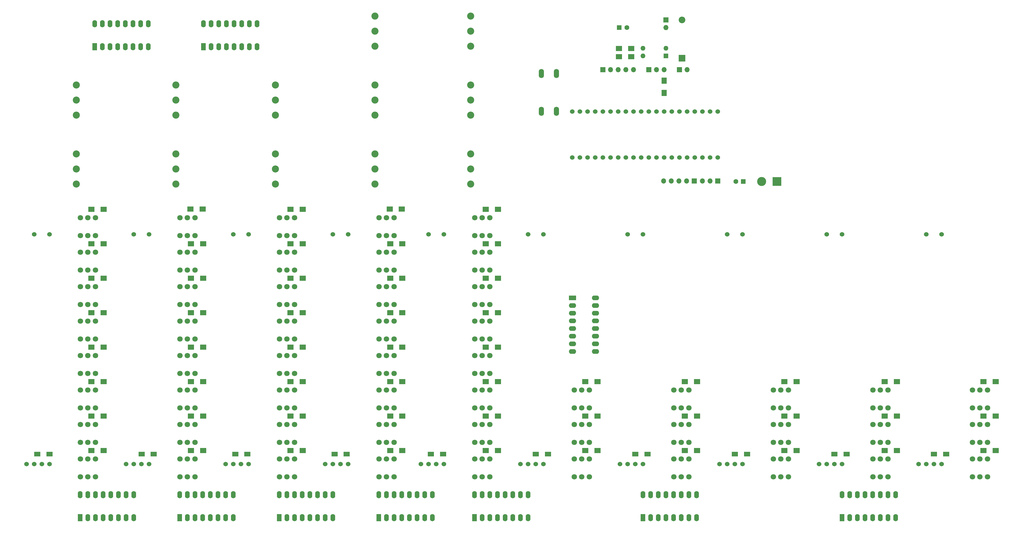
<source format=gbr>
G04 #@! TF.FileFunction,Soldermask,Bot*
%FSLAX46Y46*%
G04 Gerber Fmt 4.6, Leading zero omitted, Abs format (unit mm)*
G04 Created by KiCad (PCBNEW 4.0.7) date 05/05/18 03:18:50*
%MOMM*%
%LPD*%
G01*
G04 APERTURE LIST*
%ADD10C,0.100000*%
%ADD11C,1.800000*%
%ADD12C,1.524000*%
%ADD13R,1.600000X2.400000*%
%ADD14O,1.600000X2.400000*%
%ADD15C,2.340000*%
%ADD16R,2.000000X1.600000*%
%ADD17R,2.200000X2.200000*%
%ADD18O,2.200000X2.200000*%
%ADD19R,1.700000X1.700000*%
%ADD20O,1.700000X1.700000*%
%ADD21R,2.000000X1.700000*%
%ADD22R,1.700000X2.000000*%
%ADD23O,1.727200X3.048000*%
%ADD24R,1.600000X1.600000*%
%ADD25O,1.600000X1.600000*%
%ADD26R,2.400000X1.600000*%
%ADD27O,2.400000X1.600000*%
%ADD28C,1.600000*%
%ADD29R,3.000000X3.000000*%
%ADD30C,3.000000*%
G04 APERTURE END LIST*
D10*
D11*
X195580000Y-137620000D03*
X198080000Y-137620000D03*
X193080000Y-137620000D03*
X193080000Y-131620000D03*
X195580000Y-131620000D03*
X198080000Y-131620000D03*
D12*
X82550000Y-201930000D03*
X85090000Y-201930000D03*
X80010000Y-201930000D03*
X77470000Y-201930000D03*
X85090000Y-125730000D03*
X80010000Y-125730000D03*
D13*
X67056000Y-63500000D03*
D14*
X84836000Y-55880000D03*
X69596000Y-63500000D03*
X82296000Y-55880000D03*
X72136000Y-63500000D03*
X79756000Y-55880000D03*
X74676000Y-63500000D03*
X77216000Y-55880000D03*
X77216000Y-63500000D03*
X74676000Y-55880000D03*
X79756000Y-63500000D03*
X72136000Y-55880000D03*
X82296000Y-63500000D03*
X69596000Y-55880000D03*
X84836000Y-63500000D03*
X67056000Y-55880000D03*
D12*
X49530000Y-201930000D03*
X52070000Y-201930000D03*
X46990000Y-201930000D03*
X44450000Y-201930000D03*
X52070000Y-125730000D03*
X46990000Y-125730000D03*
X115570000Y-201930000D03*
X118110000Y-201930000D03*
X113030000Y-201930000D03*
X110490000Y-201930000D03*
X118110000Y-125730000D03*
X113030000Y-125730000D03*
X148590000Y-201930000D03*
X151130000Y-201930000D03*
X146050000Y-201930000D03*
X143510000Y-201930000D03*
X151130000Y-125730000D03*
X146050000Y-125730000D03*
X180340000Y-201930000D03*
X182880000Y-201930000D03*
X177800000Y-201930000D03*
X175260000Y-201930000D03*
X182880000Y-125730000D03*
X177800000Y-125730000D03*
X213360000Y-201930000D03*
X215900000Y-201930000D03*
X210820000Y-201930000D03*
X208280000Y-201930000D03*
X215900000Y-125730000D03*
X210820000Y-125730000D03*
X246380000Y-201930000D03*
X248920000Y-201930000D03*
X243840000Y-201930000D03*
X241300000Y-201930000D03*
X248920000Y-125730000D03*
X243840000Y-125730000D03*
X279400000Y-201930000D03*
X281940000Y-201930000D03*
X276860000Y-201930000D03*
X274320000Y-201930000D03*
X281940000Y-125730000D03*
X276860000Y-125730000D03*
X312420000Y-201930000D03*
X314960000Y-201930000D03*
X309880000Y-201930000D03*
X307340000Y-201930000D03*
X314960000Y-125730000D03*
X309880000Y-125730000D03*
X345440000Y-201930000D03*
X347980000Y-201930000D03*
X342900000Y-201930000D03*
X340360000Y-201930000D03*
X347980000Y-125730000D03*
X342900000Y-125730000D03*
D15*
X93980000Y-109060000D03*
X93980000Y-104060000D03*
X93980000Y-99060000D03*
X93980000Y-86200000D03*
X93980000Y-81200000D03*
X93980000Y-76200000D03*
X127000000Y-109060000D03*
X127000000Y-104060000D03*
X127000000Y-99060000D03*
X127000000Y-86200000D03*
X127000000Y-81200000D03*
X127000000Y-76200000D03*
X160020000Y-109060000D03*
X160020000Y-104060000D03*
X160020000Y-99060000D03*
X160020000Y-63340000D03*
X160020000Y-58340000D03*
X160020000Y-53340000D03*
X160020000Y-86200000D03*
X160020000Y-81200000D03*
X160020000Y-76200000D03*
X191770000Y-109060000D03*
X191770000Y-104060000D03*
X191770000Y-99060000D03*
X191770000Y-63340000D03*
X191770000Y-58340000D03*
X191770000Y-53340000D03*
X191770000Y-86200000D03*
X191770000Y-81200000D03*
X191770000Y-76200000D03*
X60960000Y-109060000D03*
X60960000Y-104060000D03*
X60960000Y-99060000D03*
X60960000Y-86200000D03*
X60960000Y-81200000D03*
X60960000Y-76200000D03*
D11*
X64770000Y-126190000D03*
X67270000Y-126190000D03*
X62270000Y-126190000D03*
X62270000Y-120190000D03*
X64770000Y-120190000D03*
X67270000Y-120190000D03*
X64770000Y-137620000D03*
X67270000Y-137620000D03*
X62270000Y-137620000D03*
X62270000Y-131620000D03*
X64770000Y-131620000D03*
X67270000Y-131620000D03*
X64770000Y-149050000D03*
X67270000Y-149050000D03*
X62270000Y-149050000D03*
X62270000Y-143050000D03*
X64770000Y-143050000D03*
X67270000Y-143050000D03*
X64770000Y-160480000D03*
X67270000Y-160480000D03*
X62270000Y-160480000D03*
X62270000Y-154480000D03*
X64770000Y-154480000D03*
X67270000Y-154480000D03*
X64770000Y-171910000D03*
X67270000Y-171910000D03*
X62270000Y-171910000D03*
X62270000Y-165910000D03*
X64770000Y-165910000D03*
X67270000Y-165910000D03*
X64770000Y-183340000D03*
X67270000Y-183340000D03*
X62270000Y-183340000D03*
X62270000Y-177340000D03*
X64770000Y-177340000D03*
X67270000Y-177340000D03*
X64770000Y-194770000D03*
X67270000Y-194770000D03*
X62270000Y-194770000D03*
X62270000Y-188770000D03*
X64770000Y-188770000D03*
X67270000Y-188770000D03*
X64770000Y-206200000D03*
X67270000Y-206200000D03*
X62270000Y-206200000D03*
X62270000Y-200200000D03*
X64770000Y-200200000D03*
X67270000Y-200200000D03*
X97790000Y-126190000D03*
X100290000Y-126190000D03*
X95290000Y-126190000D03*
X95290000Y-120190000D03*
X97790000Y-120190000D03*
X100290000Y-120190000D03*
X97790000Y-137620000D03*
X100290000Y-137620000D03*
X95290000Y-137620000D03*
X95290000Y-131620000D03*
X97790000Y-131620000D03*
X100290000Y-131620000D03*
X97790000Y-149050000D03*
X100290000Y-149050000D03*
X95290000Y-149050000D03*
X95290000Y-143050000D03*
X97790000Y-143050000D03*
X100290000Y-143050000D03*
X97790000Y-160480000D03*
X100290000Y-160480000D03*
X95290000Y-160480000D03*
X95290000Y-154480000D03*
X97790000Y-154480000D03*
X100290000Y-154480000D03*
X97790000Y-171910000D03*
X100290000Y-171910000D03*
X95290000Y-171910000D03*
X95290000Y-165910000D03*
X97790000Y-165910000D03*
X100290000Y-165910000D03*
X97790000Y-183340000D03*
X100290000Y-183340000D03*
X95290000Y-183340000D03*
X95290000Y-177340000D03*
X97790000Y-177340000D03*
X100290000Y-177340000D03*
X97790000Y-194770000D03*
X100290000Y-194770000D03*
X95290000Y-194770000D03*
X95290000Y-188770000D03*
X97790000Y-188770000D03*
X100290000Y-188770000D03*
X97790000Y-206200000D03*
X100290000Y-206200000D03*
X95290000Y-206200000D03*
X95290000Y-200200000D03*
X97790000Y-200200000D03*
X100290000Y-200200000D03*
X130810000Y-126190000D03*
X133310000Y-126190000D03*
X128310000Y-126190000D03*
X128310000Y-120190000D03*
X130810000Y-120190000D03*
X133310000Y-120190000D03*
X130810000Y-137620000D03*
X133310000Y-137620000D03*
X128310000Y-137620000D03*
X128310000Y-131620000D03*
X130810000Y-131620000D03*
X133310000Y-131620000D03*
X130810000Y-149050000D03*
X133310000Y-149050000D03*
X128310000Y-149050000D03*
X128310000Y-143050000D03*
X130810000Y-143050000D03*
X133310000Y-143050000D03*
X130810000Y-160480000D03*
X133310000Y-160480000D03*
X128310000Y-160480000D03*
X128310000Y-154480000D03*
X130810000Y-154480000D03*
X133310000Y-154480000D03*
X130810000Y-171910000D03*
X133310000Y-171910000D03*
X128310000Y-171910000D03*
X128310000Y-165910000D03*
X130810000Y-165910000D03*
X133310000Y-165910000D03*
X130810000Y-183340000D03*
X133310000Y-183340000D03*
X128310000Y-183340000D03*
X128310000Y-177340000D03*
X130810000Y-177340000D03*
X133310000Y-177340000D03*
X130810000Y-194770000D03*
X133310000Y-194770000D03*
X128310000Y-194770000D03*
X128310000Y-188770000D03*
X130810000Y-188770000D03*
X133310000Y-188770000D03*
X130810000Y-206200000D03*
X133310000Y-206200000D03*
X128310000Y-206200000D03*
X128310000Y-200200000D03*
X130810000Y-200200000D03*
X133310000Y-200200000D03*
X163830000Y-126190000D03*
X166330000Y-126190000D03*
X161330000Y-126190000D03*
X161330000Y-120190000D03*
X163830000Y-120190000D03*
X166330000Y-120190000D03*
X163830000Y-137620000D03*
X166330000Y-137620000D03*
X161330000Y-137620000D03*
X161330000Y-131620000D03*
X163830000Y-131620000D03*
X166330000Y-131620000D03*
X163830000Y-149050000D03*
X166330000Y-149050000D03*
X161330000Y-149050000D03*
X161330000Y-143050000D03*
X163830000Y-143050000D03*
X166330000Y-143050000D03*
X163830000Y-160480000D03*
X166330000Y-160480000D03*
X161330000Y-160480000D03*
X161330000Y-154480000D03*
X163830000Y-154480000D03*
X166330000Y-154480000D03*
X163830000Y-171910000D03*
X166330000Y-171910000D03*
X161330000Y-171910000D03*
X161330000Y-165910000D03*
X163830000Y-165910000D03*
X166330000Y-165910000D03*
X163830000Y-183340000D03*
X166330000Y-183340000D03*
X161330000Y-183340000D03*
X161330000Y-177340000D03*
X163830000Y-177340000D03*
X166330000Y-177340000D03*
X163830000Y-194770000D03*
X166330000Y-194770000D03*
X161330000Y-194770000D03*
X161330000Y-188770000D03*
X163830000Y-188770000D03*
X166330000Y-188770000D03*
X163830000Y-206200000D03*
X166330000Y-206200000D03*
X161330000Y-206200000D03*
X161330000Y-200200000D03*
X163830000Y-200200000D03*
X166330000Y-200200000D03*
X195580000Y-126190000D03*
X198080000Y-126190000D03*
X193080000Y-126190000D03*
X193080000Y-120190000D03*
X195580000Y-120190000D03*
X198080000Y-120190000D03*
X195580000Y-149050000D03*
X198080000Y-149050000D03*
X193080000Y-149050000D03*
X193080000Y-143050000D03*
X195580000Y-143050000D03*
X198080000Y-143050000D03*
X195580000Y-160480000D03*
X198080000Y-160480000D03*
X193080000Y-160480000D03*
X193080000Y-154480000D03*
X195580000Y-154480000D03*
X198080000Y-154480000D03*
X195580000Y-171910000D03*
X198080000Y-171910000D03*
X193080000Y-171910000D03*
X193080000Y-165910000D03*
X195580000Y-165910000D03*
X198080000Y-165910000D03*
X195580000Y-183340000D03*
X198080000Y-183340000D03*
X193080000Y-183340000D03*
X193080000Y-177340000D03*
X195580000Y-177340000D03*
X198080000Y-177340000D03*
X195580000Y-194770000D03*
X198080000Y-194770000D03*
X193080000Y-194770000D03*
X193080000Y-188770000D03*
X195580000Y-188770000D03*
X198080000Y-188770000D03*
X195580000Y-206200000D03*
X198080000Y-206200000D03*
X193080000Y-206200000D03*
X193080000Y-200200000D03*
X195580000Y-200200000D03*
X198080000Y-200200000D03*
X228600000Y-183340000D03*
X231100000Y-183340000D03*
X226100000Y-183340000D03*
X226100000Y-177340000D03*
X228600000Y-177340000D03*
X231100000Y-177340000D03*
X228600000Y-194770000D03*
X231100000Y-194770000D03*
X226100000Y-194770000D03*
X226100000Y-188770000D03*
X228600000Y-188770000D03*
X231100000Y-188770000D03*
X228600000Y-206200000D03*
X231100000Y-206200000D03*
X226100000Y-206200000D03*
X226100000Y-200200000D03*
X228600000Y-200200000D03*
X231100000Y-200200000D03*
X261620000Y-183340000D03*
X264120000Y-183340000D03*
X259120000Y-183340000D03*
X259120000Y-177340000D03*
X261620000Y-177340000D03*
X264120000Y-177340000D03*
X261620000Y-194770000D03*
X264120000Y-194770000D03*
X259120000Y-194770000D03*
X259120000Y-188770000D03*
X261620000Y-188770000D03*
X264120000Y-188770000D03*
X261620000Y-206200000D03*
X264120000Y-206200000D03*
X259120000Y-206200000D03*
X259120000Y-200200000D03*
X261620000Y-200200000D03*
X264120000Y-200200000D03*
X294640000Y-183340000D03*
X297140000Y-183340000D03*
X292140000Y-183340000D03*
X292140000Y-177340000D03*
X294640000Y-177340000D03*
X297140000Y-177340000D03*
X294640000Y-194770000D03*
X297140000Y-194770000D03*
X292140000Y-194770000D03*
X292140000Y-188770000D03*
X294640000Y-188770000D03*
X297140000Y-188770000D03*
X294640000Y-206200000D03*
X297140000Y-206200000D03*
X292140000Y-206200000D03*
X292140000Y-200200000D03*
X294640000Y-200200000D03*
X297140000Y-200200000D03*
X327660000Y-183340000D03*
X330160000Y-183340000D03*
X325160000Y-183340000D03*
X325160000Y-177340000D03*
X327660000Y-177340000D03*
X330160000Y-177340000D03*
X327660000Y-194770000D03*
X330160000Y-194770000D03*
X325160000Y-194770000D03*
X325160000Y-188770000D03*
X327660000Y-188770000D03*
X330160000Y-188770000D03*
X327660000Y-206200000D03*
X330160000Y-206200000D03*
X325160000Y-206200000D03*
X325160000Y-200200000D03*
X327660000Y-200200000D03*
X330160000Y-200200000D03*
X360680000Y-183340000D03*
X363180000Y-183340000D03*
X358180000Y-183340000D03*
X358180000Y-177340000D03*
X360680000Y-177340000D03*
X363180000Y-177340000D03*
X360680000Y-194770000D03*
X363180000Y-194770000D03*
X358180000Y-194770000D03*
X358180000Y-188770000D03*
X360680000Y-188770000D03*
X363180000Y-188770000D03*
X360680000Y-206200000D03*
X363180000Y-206200000D03*
X358180000Y-206200000D03*
X358180000Y-200200000D03*
X360680000Y-200200000D03*
X363180000Y-200200000D03*
D16*
X52006000Y-198628000D03*
X48006000Y-198628000D03*
X86582000Y-198628000D03*
X82582000Y-198628000D03*
X117665000Y-198628000D03*
X113665000Y-198628000D03*
X150622000Y-198628000D03*
X146622000Y-198628000D03*
X182562000Y-198628000D03*
X178562000Y-198628000D03*
X217360000Y-198628000D03*
X213360000Y-198628000D03*
X250380000Y-198628000D03*
X246380000Y-198628000D03*
X283400000Y-198628000D03*
X279400000Y-198628000D03*
X316420000Y-198628000D03*
X312420000Y-198628000D03*
X349440000Y-198628000D03*
X345440000Y-198628000D03*
D17*
X261874000Y-67310000D03*
D18*
X261874000Y-54610000D03*
D19*
X265938000Y-108077000D03*
D20*
X263398000Y-108077000D03*
X260858000Y-108077000D03*
X258318000Y-108077000D03*
X255778000Y-108077000D03*
D19*
X273685000Y-108077000D03*
D20*
X271145000Y-108077000D03*
X268605000Y-108077000D03*
D19*
X235585000Y-71120000D03*
D20*
X238125000Y-71120000D03*
X240665000Y-71120000D03*
X243205000Y-71120000D03*
X245745000Y-71120000D03*
D19*
X260985000Y-71120000D03*
D20*
X263525000Y-71120000D03*
D19*
X250825000Y-71120000D03*
D20*
X253365000Y-71120000D03*
X255905000Y-71120000D03*
D19*
X256540000Y-54610000D03*
D20*
X256540000Y-57150000D03*
D21*
X69945000Y-117475000D03*
X65945000Y-117475000D03*
X69945000Y-128905000D03*
X65945000Y-128905000D03*
X69945000Y-140335000D03*
X65945000Y-140335000D03*
X69945000Y-151765000D03*
X65945000Y-151765000D03*
X69945000Y-163195000D03*
X65945000Y-163195000D03*
X69945000Y-174625000D03*
X65945000Y-174625000D03*
X69945000Y-186055000D03*
X65945000Y-186055000D03*
X69945000Y-197485000D03*
X65945000Y-197485000D03*
X102806000Y-117348000D03*
X98806000Y-117348000D03*
X102965000Y-128905000D03*
X98965000Y-128905000D03*
X102965000Y-140335000D03*
X98965000Y-140335000D03*
X102965000Y-151765000D03*
X98965000Y-151765000D03*
X102965000Y-163195000D03*
X98965000Y-163195000D03*
X102965000Y-174625000D03*
X98965000Y-174625000D03*
X102965000Y-186055000D03*
X98965000Y-186055000D03*
X102965000Y-197485000D03*
X98965000Y-197485000D03*
X135985000Y-117475000D03*
X131985000Y-117475000D03*
X135985000Y-128905000D03*
X131985000Y-128905000D03*
X135985000Y-140335000D03*
X131985000Y-140335000D03*
X135985000Y-151765000D03*
X131985000Y-151765000D03*
X135985000Y-163195000D03*
X131985000Y-163195000D03*
X135985000Y-174625000D03*
X131985000Y-174625000D03*
X135985000Y-186055000D03*
X131985000Y-186055000D03*
X135985000Y-197485000D03*
X131985000Y-197485000D03*
X169024682Y-128883562D03*
X165024682Y-128883562D03*
X169024682Y-140313562D03*
X165024682Y-140313562D03*
X169024682Y-151743562D03*
X165024682Y-151743562D03*
X169024682Y-163173562D03*
X165024682Y-163173562D03*
X169024682Y-174603562D03*
X165024682Y-174603562D03*
X169024682Y-186033562D03*
X165024682Y-186033562D03*
X169024682Y-197463562D03*
X165024682Y-197463562D03*
X200755000Y-117475000D03*
X196755000Y-117475000D03*
X200755000Y-128905000D03*
X196755000Y-128905000D03*
X200755000Y-140335000D03*
X196755000Y-140335000D03*
X200755000Y-151765000D03*
X196755000Y-151765000D03*
X200755000Y-163195000D03*
X196755000Y-163195000D03*
X200755000Y-174625000D03*
X196755000Y-174625000D03*
X200755000Y-186055000D03*
X196755000Y-186055000D03*
X200755000Y-197485000D03*
X196755000Y-197485000D03*
X233775000Y-174625000D03*
X229775000Y-174625000D03*
X233775000Y-186055000D03*
X229775000Y-186055000D03*
X233775000Y-197485000D03*
X229775000Y-197485000D03*
X266795000Y-174625000D03*
X262795000Y-174625000D03*
X266795000Y-186055000D03*
X262795000Y-186055000D03*
X266795000Y-197485000D03*
X262795000Y-197485000D03*
X299815000Y-174625000D03*
X295815000Y-174625000D03*
X299815000Y-186055000D03*
X295815000Y-186055000D03*
X299815000Y-197485000D03*
X295815000Y-197485000D03*
X333089000Y-174625000D03*
X329089000Y-174625000D03*
X333089000Y-186055000D03*
X329089000Y-186055000D03*
X333089000Y-197485000D03*
X329089000Y-197485000D03*
X365855000Y-174625000D03*
X361855000Y-174625000D03*
X365855000Y-186055000D03*
X361855000Y-186055000D03*
X365855000Y-197485000D03*
X361855000Y-197485000D03*
D22*
X255905000Y-74803000D03*
X255905000Y-78803000D03*
D21*
X240951000Y-64135000D03*
X244951000Y-64135000D03*
X244951000Y-66802000D03*
X240951000Y-66802000D03*
D23*
X215218000Y-72390000D03*
X220218000Y-72390000D03*
X215218000Y-84890000D03*
X220218000Y-84890000D03*
D24*
X256540000Y-66548000D03*
D25*
X248920000Y-64008000D03*
X256540000Y-64008000D03*
X248920000Y-66548000D03*
D12*
X225428000Y-100206000D03*
X227968000Y-100206000D03*
X230508000Y-100206000D03*
X233048000Y-100206000D03*
X235588000Y-100206000D03*
X238128000Y-100206000D03*
X240668000Y-100206000D03*
X243208000Y-100206000D03*
X245748000Y-100206000D03*
X248288000Y-100206000D03*
X250828000Y-100206000D03*
X253368000Y-100206000D03*
X255908000Y-100206000D03*
X258448000Y-100206000D03*
X260988000Y-100206000D03*
X263528000Y-100206000D03*
X266068000Y-100206000D03*
X268608000Y-100206000D03*
X271148000Y-100206000D03*
X273688000Y-100206000D03*
X273688000Y-84966000D03*
X271148000Y-84966000D03*
X268608000Y-84966000D03*
X266068000Y-84966000D03*
X263528000Y-84966000D03*
X260988000Y-84966000D03*
X258448000Y-84966000D03*
X255908000Y-84966000D03*
X253368000Y-84966000D03*
X250828000Y-84966000D03*
X248288000Y-84966000D03*
X245748000Y-84966000D03*
X243208000Y-84966000D03*
X240668000Y-84966000D03*
X238128000Y-84966000D03*
X235588000Y-84966000D03*
X233048000Y-84966000D03*
X230508000Y-84966000D03*
X227968000Y-84966000D03*
X225428000Y-84966000D03*
D26*
X225552000Y-146812000D03*
D27*
X233172000Y-164592000D03*
X225552000Y-149352000D03*
X233172000Y-162052000D03*
X225552000Y-151892000D03*
X233172000Y-159512000D03*
X225552000Y-154432000D03*
X233172000Y-156972000D03*
X225552000Y-156972000D03*
X233172000Y-154432000D03*
X225552000Y-159512000D03*
X233172000Y-151892000D03*
X225552000Y-162052000D03*
X233172000Y-149352000D03*
X225552000Y-164592000D03*
X233172000Y-146812000D03*
D13*
X103124000Y-63500000D03*
D14*
X120904000Y-55880000D03*
X105664000Y-63500000D03*
X118364000Y-55880000D03*
X108204000Y-63500000D03*
X115824000Y-55880000D03*
X110744000Y-63500000D03*
X113284000Y-55880000D03*
X113284000Y-63500000D03*
X110744000Y-55880000D03*
X115824000Y-63500000D03*
X108204000Y-55880000D03*
X118364000Y-63500000D03*
X105664000Y-55880000D03*
X120904000Y-63500000D03*
X103124000Y-55880000D03*
D13*
X62230000Y-219710000D03*
D14*
X80010000Y-212090000D03*
X64770000Y-219710000D03*
X77470000Y-212090000D03*
X67310000Y-219710000D03*
X74930000Y-212090000D03*
X69850000Y-219710000D03*
X72390000Y-212090000D03*
X72390000Y-219710000D03*
X69850000Y-212090000D03*
X74930000Y-219710000D03*
X67310000Y-212090000D03*
X77470000Y-219710000D03*
X64770000Y-212090000D03*
X80010000Y-219710000D03*
X62230000Y-212090000D03*
D13*
X95250000Y-219710000D03*
D14*
X113030000Y-212090000D03*
X97790000Y-219710000D03*
X110490000Y-212090000D03*
X100330000Y-219710000D03*
X107950000Y-212090000D03*
X102870000Y-219710000D03*
X105410000Y-212090000D03*
X105410000Y-219710000D03*
X102870000Y-212090000D03*
X107950000Y-219710000D03*
X100330000Y-212090000D03*
X110490000Y-219710000D03*
X97790000Y-212090000D03*
X113030000Y-219710000D03*
X95250000Y-212090000D03*
D13*
X128270000Y-219710000D03*
D14*
X146050000Y-212090000D03*
X130810000Y-219710000D03*
X143510000Y-212090000D03*
X133350000Y-219710000D03*
X140970000Y-212090000D03*
X135890000Y-219710000D03*
X138430000Y-212090000D03*
X138430000Y-219710000D03*
X135890000Y-212090000D03*
X140970000Y-219710000D03*
X133350000Y-212090000D03*
X143510000Y-219710000D03*
X130810000Y-212090000D03*
X146050000Y-219710000D03*
X128270000Y-212090000D03*
D13*
X161290000Y-219710000D03*
D14*
X179070000Y-212090000D03*
X163830000Y-219710000D03*
X176530000Y-212090000D03*
X166370000Y-219710000D03*
X173990000Y-212090000D03*
X168910000Y-219710000D03*
X171450000Y-212090000D03*
X171450000Y-219710000D03*
X168910000Y-212090000D03*
X173990000Y-219710000D03*
X166370000Y-212090000D03*
X176530000Y-219710000D03*
X163830000Y-212090000D03*
X179070000Y-219710000D03*
X161290000Y-212090000D03*
D13*
X193040000Y-219710000D03*
D14*
X210820000Y-212090000D03*
X195580000Y-219710000D03*
X208280000Y-212090000D03*
X198120000Y-219710000D03*
X205740000Y-212090000D03*
X200660000Y-219710000D03*
X203200000Y-212090000D03*
X203200000Y-219710000D03*
X200660000Y-212090000D03*
X205740000Y-219710000D03*
X198120000Y-212090000D03*
X208280000Y-219710000D03*
X195580000Y-212090000D03*
X210820000Y-219710000D03*
X193040000Y-212090000D03*
D13*
X248920000Y-219710000D03*
D14*
X266700000Y-212090000D03*
X251460000Y-219710000D03*
X264160000Y-212090000D03*
X254000000Y-219710000D03*
X261620000Y-212090000D03*
X256540000Y-219710000D03*
X259080000Y-212090000D03*
X259080000Y-219710000D03*
X256540000Y-212090000D03*
X261620000Y-219710000D03*
X254000000Y-212090000D03*
X264160000Y-219710000D03*
X251460000Y-212090000D03*
X266700000Y-219710000D03*
X248920000Y-212090000D03*
D13*
X314960000Y-219710000D03*
D14*
X332740000Y-212090000D03*
X317500000Y-219710000D03*
X330200000Y-212090000D03*
X320040000Y-219710000D03*
X327660000Y-212090000D03*
X322580000Y-219710000D03*
X325120000Y-212090000D03*
X325120000Y-219710000D03*
X322580000Y-212090000D03*
X327660000Y-219710000D03*
X320040000Y-212090000D03*
X330200000Y-219710000D03*
X317500000Y-212090000D03*
X332740000Y-219710000D03*
X314960000Y-212090000D03*
D21*
X168910000Y-117348000D03*
X164910000Y-117348000D03*
D24*
X282194000Y-108204000D03*
D28*
X279694000Y-108204000D03*
D24*
X241046000Y-57150000D03*
D28*
X243546000Y-57150000D03*
D29*
X293370000Y-108204000D03*
D30*
X288290000Y-108204000D03*
M02*

</source>
